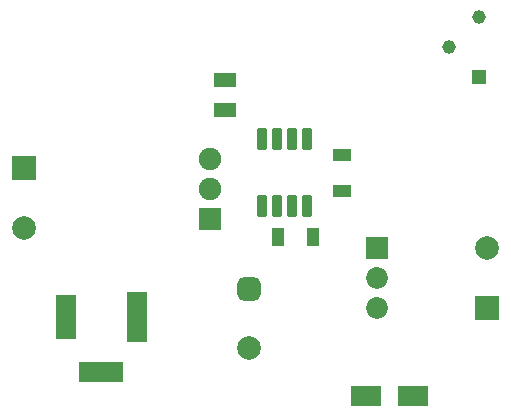
<source format=gbr>
%FSTAX23Y23*%
%MOIN*%
%SFA1B1*%

%IPPOS*%
%AMD19*
4,1,8,-0.010800,-0.036400,0.010800,-0.036400,0.016700,-0.030500,0.016700,0.030500,0.010800,0.036400,-0.010800,0.036400,-0.016700,0.030500,-0.016700,-0.030500,-0.010800,-0.036400,0.0*
1,1,0.011811,-0.010800,-0.030500*
1,1,0.011811,0.010800,-0.030500*
1,1,0.011811,0.010800,0.030500*
1,1,0.011811,-0.010800,0.030500*
%
%AMD24*
4,1,8,0.039400,-0.017700,0.039400,0.017700,0.017700,0.039400,-0.017700,0.039400,-0.039400,0.017700,-0.039400,-0.017700,-0.017700,-0.039400,0.017700,-0.039400,0.039400,-0.017700,0.0*
1,1,0.043307,0.017700,-0.017700*
1,1,0.043307,0.017700,0.017700*
1,1,0.043307,-0.017700,0.017700*
1,1,0.043307,-0.017700,-0.017700*
%
%ADD17R,0.039370X0.062992*%
%ADD18R,0.098425X0.066929*%
G04~CAMADD=19~8~0.0~0.0~334.6~728.3~59.1~0.0~15~0.0~0.0~0.0~0.0~0~0.0~0.0~0.0~0.0~0~0.0~0.0~0.0~180.0~334.0~727.0*
%ADD19D19*%
%ADD20R,0.062992X0.039370*%
%ADD21R,0.074803X0.049212*%
%ADD22C,0.045275*%
%ADD23R,0.045275X0.045275*%
G04~CAMADD=24~8~0.0~0.0~787.4~787.4~216.5~0.0~15~0.0~0.0~0.0~0.0~0~0.0~0.0~0.0~0.0~0~0.0~0.0~0.0~270.0~788.0~788.0*
%ADD24D24*%
%ADD25C,0.078740*%
%ADD26C,0.072835*%
%ADD27R,0.072835X0.072835*%
%ADD28R,0.078740X0.078740*%
%ADD29C,0.074803*%
%ADD30R,0.074803X0.074803*%
%ADD31R,0.145669X0.066929*%
%ADD32R,0.066929X0.145669*%
%ADD33R,0.066929X0.165354*%
%LNpcb1_soldermask_top-1*%
%LPD*%
G54D17*
X03299Y03929D03*
X03181D03*
G54D18*
X03476Y034D03*
X03633D03*
G54D19*
X03279Y04256D03*
X03229D03*
X03179D03*
X03129D03*
X03279Y04033D03*
X03229D03*
X03179D03*
X03129D03*
G54D20*
X03394Y04085D03*
Y04203D03*
G54D21*
X03005Y04354D03*
Y04455D03*
G54D22*
X03853Y04664D03*
X03753Y04564D03*
G54D23*
X03853Y04464D03*
G54D24*
X03085Y03756D03*
G54D25*
X03085Y03559D03*
X03879Y03894D03*
X02335Y03959D03*
G54D26*
X03512Y03694D03*
Y03794D03*
G54D27*
X03512Y03894D03*
G54D28*
X03879Y03694D03*
X02335Y04159D03*
G54D29*
X02955Y0419D03*
Y0409D03*
G54D30*
X02955Y0399D03*
G54D31*
X02592Y03479D03*
G54D32*
X02475Y03664D03*
G54D33*
X02711Y03664D03*
M02*
</source>
